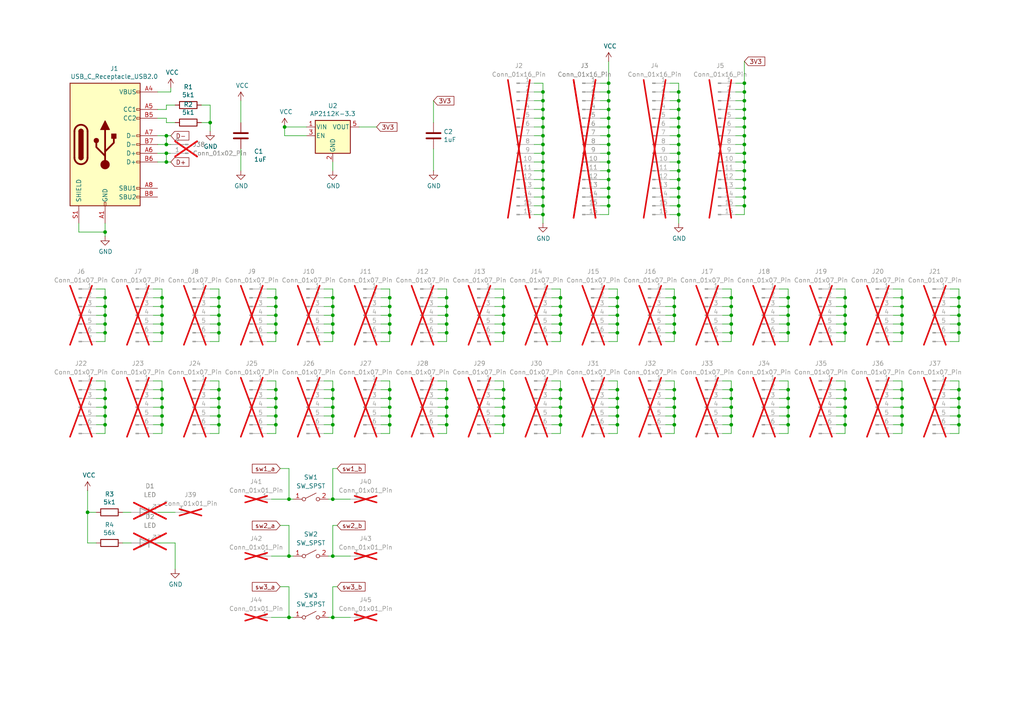
<source format=kicad_sch>
(kicad_sch (version 20231120) (generator "eeschema") (generator_version "8.0")
  (paper "A4")
  (junction (at 212.09 123.19))
  (junction (at 176.53 52.07))
  (junction (at 46.99 91.44))
  (junction (at 196.85 52.07))
  (junction (at 215.9 59.69))
  (junction (at 228.6 115.57))
  (junction (at 113.03 86.36))
  (junction (at 212.09 96.52))
  (junction (at 196.85 44.45))
  (junction (at 179.07 86.36))
  (junction (at 30.48 67.31))
  (junction (at 113.03 123.19))
  (junction (at 80.01 118.11))
  (junction (at 212.09 91.44))
  (junction (at 215.9 57.15))
  (junction (at 113.03 96.52))
  (junction (at 261.62 96.52))
  (junction (at 215.9 31.75))
  (junction (at 146.05 120.65))
  (junction (at 215.9 41.91))
  (junction (at 261.62 93.98))
  (junction (at 83.82 179.07))
  (junction (at 30.48 93.98))
  (junction (at 278.13 96.52))
  (junction (at 146.05 88.9))
  (junction (at 212.09 86.36))
  (junction (at 48.26 46.99))
  (junction (at 228.6 113.03))
  (junction (at 245.11 88.9))
  (junction (at 195.58 88.9))
  (junction (at 162.56 123.19))
  (junction (at 176.53 49.53))
  (junction (at 179.07 88.9))
  (junction (at 63.5 86.36))
  (junction (at 179.07 93.98))
  (junction (at 278.13 91.44))
  (junction (at 162.56 93.98))
  (junction (at 80.01 86.36))
  (junction (at 129.54 91.44))
  (junction (at 30.48 88.9))
  (junction (at 82.55 36.83))
  (junction (at 63.5 96.52))
  (junction (at 30.48 123.19))
  (junction (at 48.26 41.91))
  (junction (at 146.05 91.44))
  (junction (at 157.48 39.37))
  (junction (at 212.09 118.11))
  (junction (at 48.26 39.37))
  (junction (at 176.53 26.67))
  (junction (at 96.52 115.57))
  (junction (at 146.05 123.19))
  (junction (at 46.99 93.98))
  (junction (at 146.05 115.57))
  (junction (at 196.85 41.91))
  (junction (at 157.48 62.23))
  (junction (at 196.85 39.37))
  (junction (at 215.9 46.99))
  (junction (at 46.99 88.9))
  (junction (at 179.07 113.03))
  (junction (at 228.6 96.52))
  (junction (at 96.52 88.9))
  (junction (at 30.48 113.03))
  (junction (at 176.53 36.83))
  (junction (at 176.53 34.29))
  (junction (at 113.03 88.9))
  (junction (at 215.9 54.61))
  (junction (at 113.03 113.03))
  (junction (at 176.53 59.69))
  (junction (at 261.62 120.65))
  (junction (at 196.85 57.15))
  (junction (at 162.56 120.65))
  (junction (at 83.82 144.78))
  (junction (at 215.9 34.29))
  (junction (at 63.5 93.98))
  (junction (at 60.96 35.56))
  (junction (at 80.01 88.9))
  (junction (at 196.85 49.53))
  (junction (at 162.56 115.57))
  (junction (at 176.53 46.99))
  (junction (at 96.52 91.44))
  (junction (at 113.03 93.98))
  (junction (at 176.53 44.45))
  (junction (at 96.52 123.19))
  (junction (at 195.58 113.03))
  (junction (at 157.48 54.61))
  (junction (at 157.48 59.69))
  (junction (at 261.62 118.11))
  (junction (at 80.01 91.44))
  (junction (at 157.48 44.45))
  (junction (at 30.48 120.65))
  (junction (at 196.85 59.69))
  (junction (at 278.13 120.65))
  (junction (at 228.6 88.9))
  (junction (at 96.52 161.29))
  (junction (at 157.48 46.99))
  (junction (at 63.5 123.19))
  (junction (at 129.54 118.11))
  (junction (at 129.54 115.57))
  (junction (at 46.99 123.19))
  (junction (at 278.13 93.98))
  (junction (at 245.11 115.57))
  (junction (at 83.82 161.29))
  (junction (at 228.6 86.36))
  (junction (at 261.62 115.57))
  (junction (at 215.9 39.37))
  (junction (at 157.48 57.15))
  (junction (at 30.48 118.11))
  (junction (at 113.03 118.11))
  (junction (at 162.56 88.9))
  (junction (at 261.62 91.44))
  (junction (at 96.52 179.07))
  (junction (at 46.99 86.36))
  (junction (at 63.5 91.44))
  (junction (at 157.48 31.75))
  (junction (at 261.62 123.19))
  (junction (at 196.85 46.99))
  (junction (at 176.53 29.21))
  (junction (at 80.01 123.19))
  (junction (at 215.9 49.53))
  (junction (at 212.09 115.57))
  (junction (at 228.6 120.65))
  (junction (at 245.11 123.19))
  (junction (at 196.85 34.29))
  (junction (at 176.53 24.13))
  (junction (at 162.56 86.36))
  (junction (at 212.09 93.98))
  (junction (at 261.62 86.36))
  (junction (at 179.07 123.19))
  (junction (at 113.03 120.65))
  (junction (at 215.9 44.45))
  (junction (at 96.52 96.52))
  (junction (at 228.6 123.19))
  (junction (at 228.6 91.44))
  (junction (at 196.85 62.23))
  (junction (at 196.85 36.83))
  (junction (at 245.11 93.98))
  (junction (at 48.26 44.45))
  (junction (at 96.52 86.36))
  (junction (at 30.48 96.52))
  (junction (at 80.01 93.98))
  (junction (at 179.07 120.65))
  (junction (at 278.13 86.36))
  (junction (at 179.07 115.57))
  (junction (at 196.85 26.67))
  (junction (at 96.52 120.65))
  (junction (at 30.48 115.57))
  (junction (at 146.05 96.52))
  (junction (at 245.11 96.52))
  (junction (at 30.48 86.36))
  (junction (at 46.99 96.52))
  (junction (at 129.54 113.03))
  (junction (at 30.48 91.44))
  (junction (at 80.01 115.57))
  (junction (at 46.99 113.03))
  (junction (at 63.5 118.11))
  (junction (at 195.58 96.52))
  (junction (at 157.48 41.91))
  (junction (at 278.13 115.57))
  (junction (at 96.52 113.03))
  (junction (at 146.05 93.98))
  (junction (at 245.11 113.03))
  (junction (at 25.4 148.59))
  (junction (at 63.5 115.57))
  (junction (at 261.62 113.03))
  (junction (at 129.54 123.19))
  (junction (at 245.11 120.65))
  (junction (at 215.9 24.13))
  (junction (at 195.58 123.19))
  (junction (at 129.54 93.98))
  (junction (at 215.9 26.67))
  (junction (at 146.05 86.36))
  (junction (at 176.53 57.15))
  (junction (at 129.54 88.9))
  (junction (at 195.58 91.44))
  (junction (at 157.48 26.67))
  (junction (at 63.5 88.9))
  (junction (at 228.6 93.98))
  (junction (at 176.53 31.75))
  (junction (at 278.13 118.11))
  (junction (at 157.48 52.07))
  (junction (at 245.11 91.44))
  (junction (at 162.56 91.44))
  (junction (at 215.9 52.07))
  (junction (at 157.48 34.29))
  (junction (at 176.53 41.91))
  (junction (at 245.11 86.36))
  (junction (at 129.54 120.65))
  (junction (at 129.54 96.52))
  (junction (at 195.58 118.11))
  (junction (at 157.48 29.21))
  (junction (at 176.53 39.37))
  (junction (at 96.52 144.78))
  (junction (at 146.05 113.03))
  (junction (at 113.03 115.57))
  (junction (at 80.01 120.65))
  (junction (at 162.56 96.52))
  (junction (at 212.09 113.03))
  (junction (at 215.9 29.21))
  (junction (at 278.13 123.19))
  (junction (at 245.11 118.11))
  (junction (at 212.09 88.9))
  (junction (at 63.5 120.65))
  (junction (at 129.54 86.36))
  (junction (at 261.62 88.9))
  (junction (at 157.48 49.53))
  (junction (at 146.05 118.11))
  (junction (at 215.9 36.83))
  (junction (at 195.58 86.36))
  (junction (at 162.56 118.11))
  (junction (at 196.85 29.21))
  (junction (at 196.85 31.75))
  (junction (at 80.01 113.03))
  (junction (at 96.52 118.11))
  (junction (at 278.13 88.9))
  (junction (at 195.58 93.98))
  (junction (at 179.07 118.11))
  (junction (at 46.99 120.65))
  (junction (at 228.6 118.11))
  (junction (at 46.99 115.57))
  (junction (at 80.01 96.52))
  (junction (at 278.13 113.03))
  (junction (at 196.85 54.61))
  (junction (at 113.03 91.44))
  (junction (at 179.07 91.44))
  (junction (at 162.56 113.03))
  (junction (at 157.48 36.83))
  (junction (at 195.58 115.57))
  (junction (at 96.52 93.98))
  (junction (at 195.58 120.65))
  (junction (at 212.09 120.65))
  (junction (at 179.07 96.52))
  (junction (at 46.99 118.11))
  (junction (at 63.5 113.03))
  (junction (at 176.53 54.61))
  (wire (pts (xy 113.03 83.82) (xy 113.03 86.36)))
  (wire (pts (xy 261.62 118.11) (xy 261.62 120.65)))
  (wire (pts (xy 109.22 36.83) (xy 104.14 36.83)))
  (wire (pts (xy 30.48 96.52) (xy 30.48 99.06)))
  (wire (pts (xy 194.31 31.75) (xy 196.85 31.75)))
  (wire (pts (xy 179.07 88.9) (xy 179.07 91.44)))
  (wire (pts (xy 212.09 99.06) (xy 209.55 99.06)))
  (wire (pts (xy 113.03 86.36) (xy 113.03 88.9)))
  (wire (pts (xy 154.94 29.21) (xy 157.48 29.21)))
  (wire (pts (xy 209.55 118.11) (xy 212.09 118.11)))
  (wire (pts (xy 275.59 113.03) (xy 278.13 113.03)))
  (wire (pts (xy 160.02 88.9) (xy 162.56 88.9)))
  (wire (pts (xy 80.01 125.73) (xy 77.47 125.73)))
  (wire (pts (xy 50.8 157.48) (xy 50.8 165.1)))
  (wire (pts (xy 154.94 57.15) (xy 157.48 57.15)))
  (wire (pts (xy 278.13 115.57) (xy 278.13 118.11)))
  (wire (pts (xy 93.98 86.36) (xy 96.52 86.36)))
  (wire (pts (xy 176.53 17.78) (xy 176.53 24.13)))
  (wire (pts (xy 245.11 115.57) (xy 245.11 118.11)))
  (wire (pts (xy 63.5 110.49) (xy 63.5 113.03)))
  (wire (pts (xy 46.99 99.06) (xy 44.45 99.06)))
  (wire (pts (xy 110.49 113.03) (xy 113.03 113.03)))
  (wire (pts (xy 78.74 161.29) (xy 83.82 161.29)))
  (wire (pts (xy 226.06 118.11) (xy 228.6 118.11)))
  (wire (pts (xy 146.05 96.52) (xy 146.05 99.06)))
  (wire (pts (xy 278.13 99.06) (xy 275.59 99.06)))
  (wire (pts (xy 154.94 52.07) (xy 157.48 52.07)))
  (wire (pts (xy 245.11 86.36) (xy 245.11 88.9)))
  (wire (pts (xy 95.25 179.07) (xy 96.52 179.07)))
  (wire (pts (xy 113.03 110.49) (xy 113.03 113.03)))
  (wire (pts (xy 176.53 123.19) (xy 179.07 123.19)))
  (wire (pts (xy 212.09 120.65) (xy 212.09 123.19)))
  (wire (pts (xy 179.07 120.65) (xy 179.07 123.19)))
  (wire (pts (xy 63.5 83.82) (xy 63.5 86.36)))
  (wire (pts (xy 25.4 142.24) (xy 25.4 148.59)))
  (wire (pts (xy 27.94 91.44) (xy 30.48 91.44)))
  (wire (pts (xy 193.04 110.49) (xy 195.58 110.49)))
  (wire (pts (xy 60.96 88.9) (xy 63.5 88.9)))
  (wire (pts (xy 228.6 83.82) (xy 228.6 86.36)))
  (wire (pts (xy 179.07 123.19) (xy 179.07 125.73)))
  (wire (pts (xy 110.49 123.19) (xy 113.03 123.19)))
  (wire (pts (xy 213.36 24.13) (xy 215.9 24.13)))
  (wire (pts (xy 212.09 110.49) (xy 212.09 113.03)))
  (wire (pts (xy 25.4 148.59) (xy 27.94 148.59)))
  (wire (pts (xy 245.11 125.73) (xy 242.57 125.73)))
  (wire (pts (xy 46.99 86.36) (xy 46.99 88.9)))
  (wire (pts (xy 275.59 120.65) (xy 278.13 120.65)))
  (wire (pts (xy 127 113.03) (xy 129.54 113.03)))
  (wire (pts (xy 228.6 91.44) (xy 228.6 93.98)))
  (wire (pts (xy 80.01 88.9) (xy 80.01 91.44)))
  (wire (pts (xy 129.54 93.98) (xy 129.54 96.52)))
  (wire (pts (xy 179.07 115.57) (xy 179.07 118.11)))
  (wire (pts (xy 127 120.65) (xy 129.54 120.65)))
  (wire (pts (xy 44.45 91.44) (xy 46.99 91.44)))
  (wire (pts (xy 195.58 110.49) (xy 195.58 113.03)))
  (wire (pts (xy 213.36 59.69) (xy 215.9 59.69)))
  (wire (pts (xy 46.99 123.19) (xy 46.99 125.73)))
  (wire (pts (xy 226.06 115.57) (xy 228.6 115.57)))
  (wire (pts (xy 176.53 24.13) (xy 176.53 26.67)))
  (wire (pts (xy 179.07 96.52) (xy 179.07 99.06)))
  (wire (pts (xy 212.09 123.19) (xy 212.09 125.73)))
  (wire (pts (xy 154.94 49.53) (xy 157.48 49.53)))
  (wire (pts (xy 77.47 123.19) (xy 80.01 123.19)))
  (wire (pts (xy 209.55 123.19) (xy 212.09 123.19)))
  (wire (pts (xy 226.06 88.9) (xy 228.6 88.9)))
  (wire (pts (xy 209.55 93.98) (xy 212.09 93.98)))
  (wire (pts (xy 261.62 96.52) (xy 261.62 99.06)))
  (wire (pts (xy 275.59 86.36) (xy 278.13 86.36)))
  (wire (pts (xy 143.51 88.9) (xy 146.05 88.9)))
  (wire (pts (xy 196.85 46.99) (xy 196.85 49.53)))
  (wire (pts (xy 195.58 88.9) (xy 195.58 91.44)))
  (wire (pts (xy 30.48 86.36) (xy 30.48 88.9)))
  (wire (pts (xy 194.31 54.61) (xy 196.85 54.61)))
  (wire (pts (xy 179.07 125.73) (xy 176.53 125.73)))
  (wire (pts (xy 275.59 93.98) (xy 278.13 93.98)))
  (wire (pts (xy 30.48 125.73) (xy 27.94 125.73)))
  (wire (pts (xy 146.05 115.57) (xy 146.05 118.11)))
  (wire (pts (xy 226.06 123.19) (xy 228.6 123.19)))
  (wire (pts (xy 46.99 120.65) (xy 46.99 123.19)))
  (wire (pts (xy 154.94 34.29) (xy 157.48 34.29)))
  (wire (pts (xy 242.57 96.52) (xy 245.11 96.52)))
  (wire (pts (xy 80.01 96.52) (xy 80.01 99.06)))
  (wire (pts (xy 46.99 96.52) (xy 46.99 99.06)))
  (wire (pts (xy 160.02 115.57) (xy 162.56 115.57)))
  (wire (pts (xy 127 91.44) (xy 129.54 91.44)))
  (wire (pts (xy 226.06 113.03) (xy 228.6 113.03)))
  (wire (pts (xy 77.47 93.98) (xy 80.01 93.98)))
  (wire (pts (xy 157.48 31.75) (xy 157.48 34.29)))
  (wire (pts (xy 63.5 88.9) (xy 63.5 91.44)))
  (wire (pts (xy 157.48 49.53) (xy 157.48 52.07)))
  (wire (pts (xy 215.9 52.07) (xy 215.9 54.61)))
  (wire (pts (xy 157.48 44.45) (xy 157.48 46.99)))
  (wire (pts (xy 30.48 67.31) (xy 22.86 67.31)))
  (wire (pts (xy 77.47 110.49) (xy 80.01 110.49)))
  (wire (pts (xy 278.13 88.9) (xy 278.13 91.44)))
  (wire (pts (xy 143.51 118.11) (xy 146.05 118.11)))
  (wire (pts (xy 196.85 57.15) (xy 196.85 59.69)))
  (wire (pts (xy 46.99 91.44) (xy 46.99 93.98)))
  (wire (pts (xy 157.48 59.69) (xy 157.48 62.23)))
  (wire (pts (xy 179.07 113.03) (xy 179.07 115.57)))
  (wire (pts (xy 176.53 36.83) (xy 176.53 39.37)))
  (wire (pts (xy 212.09 93.98) (xy 212.09 96.52)))
  (wire (pts (xy 27.94 118.11) (xy 30.48 118.11)))
  (wire (pts (xy 30.48 67.31) (xy 30.48 68.58)))
  (wire (pts (xy 30.48 64.77) (xy 30.48 67.31)))
  (wire (pts (xy 63.5 99.06) (xy 60.96 99.06)))
  (wire (pts (xy 127 88.9) (xy 129.54 88.9)))
  (wire (pts (xy 93.98 113.03) (xy 96.52 113.03)))
  (wire (pts (xy 275.59 91.44) (xy 278.13 91.44)))
  (wire (pts (xy 113.03 115.57) (xy 113.03 118.11)))
  (wire (pts (xy 194.31 44.45) (xy 196.85 44.45)))
  (wire (pts (xy 48.26 41.91) (xy 49.53 41.91)))
  (wire (pts (xy 146.05 91.44) (xy 146.05 93.98)))
  (wire (pts (xy 93.98 88.9) (xy 96.52 88.9)))
  (wire (pts (xy 80.01 110.49) (xy 80.01 113.03)))
  (wire (pts (xy 176.53 118.11) (xy 179.07 118.11)))
  (wire (pts (xy 143.51 123.19) (xy 146.05 123.19)))
  (wire (pts (xy 162.56 125.73) (xy 160.02 125.73)))
  (wire (pts (xy 278.13 118.11) (xy 278.13 120.65)))
  (wire (pts (xy 245.11 91.44) (xy 245.11 93.98)))
  (wire (pts (xy 154.94 44.45) (xy 157.48 44.45)))
  (wire (pts (xy 215.9 57.15) (xy 215.9 59.69)))
  (wire (pts (xy 30.48 93.98) (xy 30.48 96.52)))
  (wire (pts (xy 176.53 26.67) (xy 176.53 29.21)))
  (wire (pts (xy 113.03 113.03) (xy 113.03 115.57)))
  (wire (pts (xy 160.02 123.19) (xy 162.56 123.19)))
  (wire (pts (xy 27.94 120.65) (xy 30.48 120.65)))
  (wire (pts (xy 176.53 46.99) (xy 176.53 49.53)))
  (wire (pts (xy 127 93.98) (xy 129.54 93.98)))
  (wire (pts (xy 27.94 86.36) (xy 30.48 86.36)))
  (wire (pts (xy 160.02 96.52) (xy 162.56 96.52)))
  (wire (pts (xy 261.62 110.49) (xy 261.62 113.03)))
  (wire (pts (xy 245.11 110.49) (xy 245.11 113.03)))
  (wire (pts (xy 212.09 83.82) (xy 212.09 86.36)))
  (wire (pts (xy 173.99 24.13) (xy 176.53 24.13)))
  (wire (pts (xy 129.54 125.73) (xy 127 125.73)))
  (wire (pts (xy 157.48 62.23) (xy 157.48 64.77)))
  (wire (pts (xy 193.04 83.82) (xy 195.58 83.82)))
  (wire (pts (xy 69.85 43.18) (xy 69.85 49.53)))
  (wire (pts (xy 27.94 113.03) (xy 30.48 113.03)))
  (wire (pts (xy 212.09 115.57) (xy 212.09 118.11)))
  (wire (pts (xy 196.85 62.23) (xy 196.85 64.77)))
  (wire (pts (xy 154.94 59.69) (xy 157.48 59.69)))
  (wire (pts (xy 60.96 30.48) (xy 58.42 30.48)))
  (wire (pts (xy 30.48 88.9) (xy 30.48 91.44)))
  (wire (pts (xy 146.05 110.49) (xy 146.05 113.03)))
  (wire (pts (xy 113.03 88.9) (xy 113.03 91.44)))
  (wire (pts (xy 45.72 39.37) (xy 48.26 39.37)))
  (wire (pts (xy 60.96 93.98) (xy 63.5 93.98)))
  (wire (pts (xy 176.53 39.37) (xy 176.53 41.91)))
  (wire (pts (xy 113.03 118.11) (xy 113.03 120.65)))
  (wire (pts (xy 278.13 113.03) (xy 278.13 115.57)))
  (wire (pts (xy 48.26 30.48) (xy 50.8 30.48)))
  (wire (pts (xy 27.94 110.49) (xy 30.48 110.49)))
  (wire (pts (xy 193.04 123.19) (xy 195.58 123.19)))
  (wire (pts (xy 278.13 83.82) (xy 278.13 86.36)))
  (wire (pts (xy 63.5 123.19) (xy 63.5 125.73)))
  (wire (pts (xy 127 115.57) (xy 129.54 115.57)))
  (wire (pts (xy 125.73 29.21) (xy 125.73 35.56)))
  (wire (pts (xy 96.52 152.4) (xy 96.52 161.29)))
  (wire (pts (xy 245.11 88.9) (xy 245.11 91.44)))
  (wire (pts (xy 196.85 39.37) (xy 196.85 41.91)))
  (wire (pts (xy 194.31 52.07) (xy 196.85 52.07)))
  (wire (pts (xy 176.53 83.82) (xy 179.07 83.82)))
  (wire (pts (xy 58.42 35.56) (xy 60.96 35.56)))
  (wire (pts (xy 226.06 91.44) (xy 228.6 91.44)))
  (wire (pts (xy 195.58 118.11) (xy 195.58 120.65)))
  (wire (pts (xy 275.59 110.49) (xy 278.13 110.49)))
  (wire (pts (xy 173.99 36.83) (xy 176.53 36.83)))
  (wire (pts (xy 97.79 152.4) (xy 96.52 152.4)))
  (wire (pts (xy 146.05 118.11) (xy 146.05 120.65)))
  (wire (pts (xy 194.31 39.37) (xy 196.85 39.37)))
  (wire (pts (xy 82.55 36.83) (xy 88.9 36.83)))
  (wire (pts (xy 176.53 113.03) (xy 179.07 113.03)))
  (wire (pts (xy 278.13 91.44) (xy 278.13 93.98)))
  (wire (pts (xy 242.57 115.57) (xy 245.11 115.57)))
  (wire (pts (xy 63.5 91.44) (xy 63.5 93.98)))
  (wire (pts (xy 77.47 86.36) (xy 80.01 86.36)))
  (wire (pts (xy 275.59 88.9) (xy 278.13 88.9)))
  (wire (pts (xy 80.01 115.57) (xy 80.01 118.11)))
  (wire (pts (xy 96.52 161.29) (xy 101.6 161.29)))
  (wire (pts (xy 195.58 91.44) (xy 195.58 93.98)))
  (wire (pts (xy 193.04 120.65) (xy 195.58 120.65)))
  (wire (pts (xy 228.6 88.9) (xy 228.6 91.44)))
  (wire (pts (xy 60.96 120.65) (xy 63.5 120.65)))
  (wire (pts (xy 110.49 93.98) (xy 113.03 93.98)))
  (wire (pts (xy 45.72 41.91) (xy 48.26 41.91)))
  (wire (pts (xy 77.47 115.57) (xy 80.01 115.57)))
  (wire (pts (xy 275.59 118.11) (xy 278.13 118.11)))
  (wire (pts (xy 162.56 113.03) (xy 162.56 115.57)))
  (wire (pts (xy 60.96 123.19) (xy 63.5 123.19)))
  (wire (pts (xy 30.48 118.11) (xy 30.48 120.65)))
  (wire (pts (xy 176.53 62.23) (xy 173.99 62.23)))
  (wire (pts (xy 173.99 59.69) (xy 176.53 59.69)))
  (wire (pts (xy 242.57 118.11) (xy 245.11 118.11)))
  (wire (pts (xy 96.52 179.07) (xy 101.6 179.07)))
  (wire (pts (xy 93.98 96.52) (xy 96.52 96.52)))
  (wire (pts (xy 176.53 110.49) (xy 179.07 110.49)))
  (wire (pts (xy 22.86 67.31) (xy 22.86 64.77)))
  (wire (pts (xy 60.96 91.44) (xy 63.5 91.44)))
  (wire (pts (xy 95.25 144.78) (xy 96.52 144.78)))
  (wire (pts (xy 215.9 59.69) (xy 215.9 62.23)))
  (wire (pts (xy 228.6 120.65) (xy 228.6 123.19)))
  (wire (pts (xy 212.09 113.03) (xy 212.09 115.57)))
  (wire (pts (xy 228.6 93.98) (xy 228.6 96.52)))
  (wire (pts (xy 44.45 115.57) (xy 46.99 115.57)))
  (wire (pts (xy 213.36 57.15) (xy 215.9 57.15)))
  (wire (pts (xy 46.99 110.49) (xy 46.99 113.03)))
  (wire (pts (xy 96.52 123.19) (xy 96.52 125.73)))
  (wire (pts (xy 48.26 44.45) (xy 49.53 44.45)))
  (wire (pts (xy 209.55 113.03) (xy 212.09 113.03)))
  (wire (pts (xy 157.48 29.21) (xy 157.48 31.75)))
  (wire (pts (xy 179.07 91.44) (xy 179.07 93.98)))
  (wire (pts (xy 30.48 120.65) (xy 30.48 123.19)))
  (wire (pts (xy 48.26 46.99) (xy 48.26 44.45)))
  (wire (pts (xy 228.6 118.11) (xy 228.6 120.65)))
  (wire (pts (xy 245.11 120.65) (xy 245.11 123.19)))
  (wire (pts (xy 228.6 123.19) (xy 228.6 125.73)))
  (wire (pts (xy 44.45 113.03) (xy 46.99 113.03)))
  (wire (pts (xy 44.45 83.82) (xy 46.99 83.82)))
  (wire (pts (xy 196.85 54.61) (xy 196.85 57.15)))
  (wire (pts (xy 30.48 99.06) (xy 27.94 99.06)))
  (wire (pts (xy 245.11 93.98) (xy 245.11 96.52)))
  (wire (pts (xy 195.58 113.03) (xy 195.58 115.57)))
  (wire (pts (xy 44.45 120.65) (xy 46.99 120.65)))
  (wire (pts (xy 212.09 96.52) (xy 212.09 99.06)))
  (wire (pts (xy 30.48 83.82) (xy 30.48 86.36)))
  (wire (pts (xy 157.48 36.83) (xy 157.48 39.37)))
  (wire (pts (xy 80.01 93.98) (xy 80.01 96.52)))
  (wire (pts (xy 259.08 120.65) (xy 261.62 120.65)))
  (wire (pts (xy 173.99 26.67) (xy 176.53 26.67)))
  (wire (pts (xy 278.13 125.73) (xy 275.59 125.73)))
  (wire (pts (xy 215.9 26.67) (xy 215.9 29.21)))
  (wire (pts (xy 146.05 120.65) (xy 146.05 123.19)))
  (wire (pts (xy 162.56 83.82) (xy 162.56 86.36)))
  (wire (pts (xy 129.54 91.44) (xy 129.54 93.98)))
  (wire (pts (xy 44.45 96.52) (xy 46.99 96.52)))
  (wire (pts (xy 129.54 110.49) (xy 129.54 113.03)))
  (wire (pts (xy 213.36 36.83) (xy 215.9 36.83)))
  (wire (pts (xy 127 83.82) (xy 129.54 83.82)))
  (wire (pts (xy 30.48 91.44) (xy 30.48 93.98)))
  (wire (pts (xy 196.85 49.53) (xy 196.85 52.07)))
  (wire (pts (xy 242.57 86.36) (xy 245.11 86.36)))
  (wire (pts (xy 83.82 161.29) (xy 85.09 161.29)))
  (wire (pts (xy 63.5 86.36) (xy 63.5 88.9)))
  (wire (pts (xy 212.09 91.44) (xy 212.09 93.98)))
  (wire (pts (xy 196.85 59.69) (xy 196.85 62.23)))
  (wire (pts (xy 44.45 93.98) (xy 46.99 93.98)))
  (wire (pts (xy 30.48 110.49) (xy 30.48 113.03)))
  (wire (pts (xy 83.82 179.07) (xy 85.09 179.07)))
  (wire (pts (xy 215.9 62.23) (xy 213.36 62.23)))
  (wire (pts (xy 242.57 91.44) (xy 245.11 91.44)))
  (wire (pts (xy 157.48 46.99) (xy 157.48 49.53)))
  (wire (pts (xy 213.36 29.21) (xy 215.9 29.21)))
  (wire (pts (xy 143.51 93.98) (xy 146.05 93.98)))
  (wire (pts (xy 45.72 31.75) (xy 48.26 31.75)))
  (wire (pts (xy 157.48 24.13) (xy 157.48 26.67)))
  (wire (pts (xy 110.49 86.36) (xy 113.03 86.36)))
  (wire (pts (xy 195.58 83.82) (xy 195.58 86.36)))
  (wire (pts (xy 261.62 88.9) (xy 261.62 91.44)))
  (wire (pts (xy 146.05 113.03) (xy 146.05 115.57)))
  (wire (pts (xy 46.99 93.98) (xy 46.99 96.52)))
  (wire (pts (xy 228.6 99.06) (xy 226.06 99.06)))
  (wire (pts (xy 278.13 123.19) (xy 278.13 125.73)))
  (wire (pts (xy 162.56 88.9) (xy 162.56 91.44)))
  (wire (pts (xy 110.49 115.57) (xy 113.03 115.57)))
  (wire (pts (xy 46.99 113.03) (xy 46.99 115.57)))
  (wire (pts (xy 160.02 118.11) (xy 162.56 118.11)))
  (wire (pts (xy 195.58 93.98) (xy 195.58 96.52)))
  (wire (pts (xy 146.05 123.19) (xy 146.05 125.73)))
  (wire (pts (xy 127 86.36) (xy 129.54 86.36)))
  (wire (pts (xy 215.9 41.91) (xy 215.9 44.45)))
  (wire (pts (xy 209.55 120.65) (xy 212.09 120.65)))
  (wire (pts (xy 176.53 115.57) (xy 179.07 115.57)))
  (wire (pts (xy 46.99 115.57) (xy 46.99 118.11)))
  (wire (pts (xy 213.36 26.67) (xy 215.9 26.67)))
  (wire (pts (xy 96.52 125.73) (xy 93.98 125.73)))
  (wire (pts (xy 96.52 93.98) (xy 96.52 96.52)))
  (wire (pts (xy 195.58 120.65) (xy 195.58 123.19)))
  (wire (pts (xy 261.62 86.36) (xy 261.62 88.9)))
  (wire (pts (xy 209.55 88.9) (xy 212.09 88.9)))
  (wire (pts (xy 110.49 88.9) (xy 113.03 88.9)))
  (wire (pts (xy 212.09 86.36) (xy 212.09 88.9)))
  (wire (pts (xy 195.58 96.52) (xy 195.58 99.06)))
  (wire (pts (xy 27.94 93.98) (xy 30.48 93.98)))
  (wire (pts (xy 213.36 41.91) (xy 215.9 41.91)))
  (wire (pts (xy 146.05 86.36) (xy 146.05 88.9)))
  (wire (pts (xy 215.9 54.61) (xy 215.9 57.15)))
  (wire (pts (xy 215.9 17.78) (xy 215.9 24.13)))
  (wire (pts (xy 194.31 29.21) (xy 196.85 29.21)))
  (wire (pts (xy 242.57 93.98) (xy 245.11 93.98)))
  (wire (pts (xy 160.02 93.98) (xy 162.56 93.98)))
  (wire (pts (xy 81.28 152.4) (xy 83.82 152.4)))
  (wire (pts (xy 48.26 39.37) (xy 48.26 41.91)))
  (wire (pts (xy 275.59 115.57) (xy 278.13 115.57)))
  (wire (pts (xy 96.52 96.52) (xy 96.52 99.06)))
  (wire (pts (xy 162.56 93.98) (xy 162.56 96.52)))
  (wire (pts (xy 173.99 29.21) (xy 176.53 29.21)))
  (wire (pts (xy 63.5 115.57) (xy 63.5 118.11)))
  (wire (pts (xy 80.01 99.06) (xy 77.47 99.06)))
  (wire (pts (xy 179.07 83.82) (xy 179.07 86.36)))
  (wire (pts (xy 143.51 86.36) (xy 146.05 86.36)))
  (wire (pts (xy 63.5 96.52) (xy 63.5 99.06)))
  (wire (pts (xy 60.96 86.36) (xy 63.5 86.36)))
  (wire (pts (xy 259.08 113.03) (xy 261.62 113.03)))
  (wire (pts (xy 96.52 120.65) (xy 96.52 123.19)))
  (wire (pts (xy 176.53 41.91) (xy 176.53 44.45)))
  (wire (pts (xy 83.82 152.4) (xy 83.82 161.29)))
  (wire (pts (xy 60.96 83.82) (xy 63.5 83.82)))
  (wire (pts (xy 157.48 41.91) (xy 157.48 44.45)))
  (wire (pts (xy 77.47 83.82) (xy 80.01 83.82)))
  (wire (pts (xy 35.56 157.48) (xy 38.1 157.48)))
  (wire (pts (xy 226.06 86.36) (xy 228.6 86.36)))
  (wire (pts (xy 173.99 54.61) (xy 176.53 54.61)))
  (wire (pts (xy 226.06 83.82) (xy 228.6 83.82)))
  (wire (pts (xy 259.08 96.52) (xy 261.62 96.52)))
  (wire (pts (xy 35.56 148.59) (xy 38.1 148.59)))
  (wire (pts (xy 143.51 115.57) (xy 146.05 115.57)))
  (wire (pts (xy 193.04 118.11) (xy 195.58 118.11)))
  (wire (pts (xy 96.52 144.78) (xy 101.6 144.78)))
  (wire (pts (xy 228.6 96.52) (xy 228.6 99.06)))
  (wire (pts (xy 113.03 123.19) (xy 113.03 125.73)))
  (wire (pts (xy 162.56 115.57) (xy 162.56 118.11)))
  (wire (pts (xy 162.56 99.06) (xy 160.02 99.06)))
  (wire (pts (xy 27.94 115.57) (xy 30.48 115.57)))
  (wire (pts (xy 80.01 91.44) (xy 80.01 93.98)))
  (wire (pts (xy 196.85 31.75) (xy 196.85 34.29)))
  (wire (pts (xy 60.96 35.56) (xy 60.96 30.48)))
  (wire (pts (xy 226.06 120.65) (xy 228.6 120.65)))
  (wire (pts (xy 97.79 170.18) (xy 96.52 170.18)))
  (wire (pts (xy 146.05 93.98) (xy 146.05 96.52)))
  (wire (pts (xy 96.52 118.11) (xy 96.52 120.65)))
  (wire (pts (xy 173.99 41.91) (xy 176.53 41.91)))
  (wire (pts (xy 176.53 120.65) (xy 179.07 120.65)))
  (wire (pts (xy 259.08 115.57) (xy 261.62 115.57)))
  (wire (pts (xy 245.11 83.82) (xy 245.11 86.36)))
  (wire (pts (xy 27.94 96.52) (xy 30.48 96.52)))
  (wire (pts (xy 196.85 41.91) (xy 196.85 44.45)))
  (wire (pts (xy 213.36 34.29) (xy 215.9 34.29)))
  (wire (pts (xy 213.36 54.61) (xy 215.9 54.61)))
  (wire (pts (xy 96.52 91.44) (xy 96.52 93.98)))
  (wire (pts (xy 194.31 24.13) (xy 196.85 24.13)))
  (wire (pts (xy 160.02 83.82) (xy 162.56 83.82)))
  (wire (pts (xy 212.09 118.11) (xy 212.09 120.65)))
  (wire (pts (xy 209.55 86.36) (xy 212.09 86.36)))
  (wire (pts (xy 77.47 118.11) (xy 80.01 118.11)))
  (wire (pts (xy 160.02 120.65) (xy 162.56 120.65)))
  (wire (pts (xy 93.98 110.49) (xy 96.52 110.49)))
  (wire (pts (xy 143.51 113.03) (xy 146.05 113.03)))
  (wire (pts (xy 213.36 31.75) (xy 215.9 31.75)))
  (wire (pts (xy 261.62 83.82) (xy 261.62 86.36)))
  (wire (pts (xy 44.45 118.11) (xy 46.99 118.11)))
  (wire (pts (xy 96.52 49.53) (xy 96.52 46.99)))
  (wire (pts (xy 176.53 29.21) (xy 176.53 31.75)))
  (wire (pts (xy 245.11 118.11) (xy 245.11 120.65)))
  (wire (pts (xy 215.9 24.13) (xy 215.9 26.67)))
  (wire (pts (xy 143.51 91.44) (xy 146.05 91.44)))
  (wire (pts (xy 213.36 44.45) (xy 215.9 44.45)))
  (wire (pts (xy 96.52 135.89) (xy 96.52 144.78)))
  (wire (pts (xy 93.98 93.98) (xy 96.52 93.98)))
  (wire (pts (xy 242.57 110.49) (xy 245.11 110.49)))
  (wire (pts (xy 275.59 83.82) (xy 278.13 83.82)))
  (wire (pts (xy 176.53 96.52) (xy 179.07 96.52)))
  (wire (pts (xy 194.31 57.15) (xy 196.85 57.15)))
  (wire (pts (xy 110.49 83.82) (xy 113.03 83.82)))
  (wire (pts (xy 179.07 118.11) (xy 179.07 120.65)))
  (wire (pts (xy 228.6 125.73) (xy 226.06 125.73)))
  (wire (pts (xy 215.9 39.37) (xy 215.9 41.91)))
  (wire (pts (xy 242.57 88.9) (xy 245.11 88.9)))
  (wire (pts (xy 113.03 99.06) (xy 110.49 99.06)))
  (wire (pts (xy 209.55 115.57) (xy 212.09 115.57)))
  (wire (pts (xy 261.62 120.65) (xy 261.62 123.19)))
  (wire (pts (xy 195.58 115.57) (xy 195.58 118.11)))
  (wire (pts (xy 259.08 93.98) (xy 261.62 93.98)))
  (wire (pts (xy 60.96 35.56) (xy 60.96 38.1)))
  (wire (pts (xy 196.85 62.23) (xy 194.31 62.23)))
  (wire (pts (xy 44.45 86.36) (xy 46.99 86.36)))
  (wire (pts (xy 162.56 118.11) (xy 162.56 120.65)))
  (wire (pts (xy 176.53 88.9) (xy 179.07 88.9)))
  (wire (pts (xy 93.98 83.82) (xy 96.52 83.82)))
  (wire (pts (xy 154.94 26.67) (xy 157.48 26.67)))
  (wire (pts (xy 245.11 96.52) (xy 245.11 99.06)))
  (wire (pts (xy 173.99 49.53) (xy 176.53 49.53)))
  (wire (pts (xy 44.45 123.19) (xy 46.99 123.19)))
  (wire (pts (xy 63.5 93.98) (xy 63.5 96.52)))
  (wire (pts (xy 80.01 118.11) (xy 80.01 120.65)))
  (wire (pts (xy 196.85 24.13) (xy 196.85 26.67)))
  (wire (pts (xy 176.53 57.15) (xy 176.53 59.69)))
  (wire (pts (xy 127 96.52) (xy 129.54 96.52)))
  (wire (pts (xy 209.55 83.82) (xy 212.09 83.82)))
  (wire (pts (xy 176.53 49.53) (xy 176.53 52.07)))
  (wire (pts (xy 259.08 123.19) (xy 261.62 123.19)))
  (wire (pts (xy 215.9 36.83) (xy 215.9 39.37)))
  (wire (pts (xy 242.57 113.03) (xy 245.11 113.03)))
  (wire (pts (xy 179.07 86.36) (xy 179.07 88.9)))
  (wire (pts (xy 194.31 59.69) (xy 196.85 59.69)))
  (wire (pts (xy 83.82 144.78) (xy 85.09 144.78)))
  (wire (pts (xy 245.11 99.06) (xy 242.57 99.06)))
  (wire (pts (xy 176.53 52.07) (xy 176.53 54.61)))
  (wire (pts (xy 154.94 46.99) (xy 157.48 46.99)))
  (wire (pts (xy 154.94 39.37) (xy 157.48 39.37)))
  (wire (pts (xy 157.48 57.15) (xy 157.48 59.69)))
  (wire (pts (xy 127 123.19) (xy 129.54 123.19)))
  (wire (pts (xy 77.47 120.65) (xy 80.01 120.65)))
  (wire (pts (xy 93.98 118.11) (xy 96.52 118.11)))
  (wire (pts (xy 193.04 113.03) (xy 195.58 113.03)))
  (wire (pts (xy 242.57 120.65) (xy 245.11 120.65)))
  (wire (pts (xy 129.54 83.82) (xy 129.54 86.36)))
  (wire (pts (xy 162.56 96.52) (xy 162.56 99.06)))
  (wire (pts (xy 48.26 31.75) (xy 48.26 30.48)))
  (wire (pts (xy 93.98 115.57) (xy 96.52 115.57)))
  (wire (pts (xy 46.99 88.9) (xy 46.99 91.44)))
  (wire (pts (xy 63.5 118.11) (xy 63.5 120.65)))
  (wire (pts (xy 45.72 44.45) (xy 48.26 44.45)))
  (wire (pts (xy 215.9 44.45) (xy 215.9 46.99)))
  (wire (pts (xy 154.94 36.83) (xy 157.48 36.83)))
  (wire (pts (xy 160.02 91.44) (xy 162.56 91.44)))
  (wire (pts (xy 226.06 110.49) (xy 228.6 110.49)))
  (wire (pts (xy 44.45 110.49) (xy 46.99 110.49)))
  (wire (pts (xy 96.52 170.18) (xy 96.52 179.07)))
  (wire (pts (xy 173.99 46.99) (xy 176.53 46.99)))
  (wire (pts (xy 113.03 120.65) (xy 113.03 123.19)))
  (wire (pts (xy 261.62 123.19) (xy 261.62 125.73)))
  (wire (pts (xy 194.31 36.83) (xy 196.85 36.83)))
  (wire (pts (xy 78.74 179.07) (xy 83.82 179.07)))
  (wire (pts (xy 209.55 110.49) (xy 212.09 110.49)))
  (wire (pts (xy 96.52 99.06) (xy 93.98 99.06)))
  (wire (pts (xy 46.99 125.73) (xy 44.45 125.73)))
  (wire (pts (xy 196.85 34.29) (xy 196.85 36.83)))
  (wire (pts (xy 110.49 118.11) (xy 113.03 118.11)))
  (wire (pts (xy 213.36 49.53) (xy 215.9 49.53)))
  (wire (pts (xy 60.96 110.49) (xy 63.5 110.49)))
  (wire (pts (xy 176.53 59.69) (xy 176.53 62.23)))
  (wire (pts (xy 129.54 99.06) (xy 127 99.06)))
  (wire (pts (xy 193.04 91.44) (xy 195.58 91.44)))
  (wire (pts (xy 146.05 88.9) (xy 146.05 91.44)))
  (wire (pts (xy 162.56 120.65) (xy 162.56 123.19)))
  (wire (pts (xy 261.62 91.44) (xy 261.62 93.98)))
  (wire (pts (xy 261.62 93.98) (xy 261.62 96.52)))
  (wire (pts (xy 45.72 46.99) (xy 48.26 46.99)))
  (wire (pts (xy 48.26 35.56) (xy 50.8 35.56)))
  (wire (pts (xy 228.6 86.36) (xy 228.6 88.9)))
  (wire (pts (xy 173.99 31.75) (xy 176.53 31.75)))
  (wire (pts (xy 93.98 120.65) (xy 96.52 120.65)))
  (wire (pts (xy 78.74 144.78) (xy 83.82 144.78)))
  (wire (pts (xy 146.05 99.06) (xy 143.51 99.06)))
  (wire (pts (xy 278.13 96.52) (xy 278.13 99.06)))
  (wire (pts (xy 259.08 91.44) (xy 261.62 91.44)))
  (wire (pts (xy 259.08 88.9) (xy 261.62 88.9)))
  (wire (pts (xy 213.36 52.07) (xy 215.9 52.07)))
  (wire (pts (xy 63.5 125.73) (xy 60.96 125.73)))
  (wire (pts (xy 49.53 25.4) (xy 49.53 26.67)))
  (wire (pts (xy 77.47 96.52) (xy 80.01 96.52)))
  (wire (pts (xy 157.48 62.23) (xy 154.94 62.23)))
  (wire (pts (xy 215.9 31.75) (xy 215.9 34.29)))
  (wire (pts (xy 228.6 115.57) (xy 228.6 118.11)))
  (wire (pts (xy 96.52 113.03) (xy 96.52 115.57)))
  (wire (pts (xy 194.31 49.53) (xy 196.85 49.53)))
  (wire (pts (xy 60.96 118.11) (xy 63.5 118.11)))
  (wire (pts (xy 162.56 123.19) (xy 162.56 125.73)))
  (wire (pts (xy 259.08 110.49) (xy 261.62 110.49)))
  (wire (pts (xy 157.48 54.61) (xy 157.48 57.15)))
  (wire (pts (xy 209.55 91.44) (xy 212.09 91.44)))
  (wire (pts (xy 80.01 123.19) (xy 80.01 125.73)))
  (wire (pts (xy 162.56 110.49) (xy 162.56 113.03)))
  (wire (pts (xy 261.62 125.73) (xy 259.08 125.73)))
  (wire (pts (xy 195.58 86.36) (xy 195.58 88.9)))
  (wire (pts (xy 143.51 83.82) (xy 146.05 83.82)))
  (wire (pts (xy 154.94 54.61) (xy 157.48 54.61)))
  (wire (pts (xy 30.48 115.57) (xy 30.48 118.11)))
  (wire (pts (xy 259.08 86.36) (xy 261.62 86.36)))
  (wire (pts (xy 125.73 43.18) (xy 125.73 49.53)))
  (wire (pts (xy 96.52 88.9) (xy 96.52 91.44)))
  (wire (pts (xy 194.31 41.91) (xy 196.85 41.91)))
  (wire (pts (xy 82.55 39.37) (xy 82.55 36.83)))
  (wire (pts (xy 129.54 123.19) (xy 129.54 125.73)))
  (wire (pts (xy 194.31 46.99) (xy 196.85 46.99)))
  (wire (pts (xy 30.48 123.19) (xy 30.48 125.73)))
  (wire (pts (xy 146.05 125.73) (xy 143.51 125.73)))
  (wire (pts (xy 46.99 83.82) (xy 46.99 86.36)))
  (wire (pts (xy 176.53 91.44) (xy 179.07 91.44)))
  (wire (pts (xy 80.01 86.36) (xy 80.01 88.9)))
  (wire (pts (xy 143.51 120.65) (xy 146.05 120.65)))
  (wire (pts (xy 242.57 123.19) (xy 245.11 123.19)))
  (wire (pts (xy 154.94 31.75) (xy 157.48 31.75)))
  (wire (pts (xy 215.9 49.53) (xy 215.9 52.07)))
  (wire (pts (xy 226.06 96.52) (xy 228.6 96.52)))
  (wire (pts (xy 215.9 29.21) (xy 215.9 31.75)))
  (wire (pts (xy 25.4 157.48) (xy 25.4 148.59)))
  (wire (pts (xy 154.94 24.13) (xy 157.48 24.13)))
  (wire (pts (xy 160.02 113.03) (xy 162.56 113.03)))
  (wire (pts (xy 179.07 93.98) (xy 179.07 96.52)))
  (wire (pts (xy 44.45 88.9) (xy 46.99 88.9)))
  (wire (pts (xy 193.04 96.52) (xy 195.58 96.52)))
  (wire (pts (xy 193.04 93.98) (xy 195.58 93.98)))
  (wire (pts (xy 194.31 26.67) (xy 196.85 26.67)))
  (wire (pts (xy 245.11 123.19) (xy 245.11 125.73)))
  (wire (pts (xy 77.47 113.03) (xy 80.01 113.03)))
  (wire (pts (xy 27.94 123.19) (xy 30.48 123.19)))
  (wire (pts (xy 48.26 34.29) (xy 48.26 35.56)))
  (wire (pts (xy 157.48 34.29) (xy 157.48 36.83)))
  (wire (pts (xy 113.03 93.98) (xy 113.03 96.52)))
  (wire (pts (xy 97.79 135.89) (xy 96.52 135.89)))
  (wire (pts (xy 80.01 83.82) (xy 80.01 86.36)))
  (wire (pts (xy 278.13 93.98) (xy 278.13 96.52)))
  (wire (pts (xy 45.72 34.29) (xy 48.26 34.29)))
  (wire (pts (xy 162.56 86.36) (xy 162.56 88.9)))
  (wire (pts (xy 49.53 26.67) (xy 45.72 26.67)))
  (wire (pts (xy 77.47 88.9) (xy 80.01 88.9)))
  (wire (pts (xy 129.54 115.57) (xy 129.54 118.11)))
  (wire (pts (xy 110.49 120.65) (xy 113.03 120.65)))
  (wire (pts (xy 278.13 110.49) (xy 278.13 113.03)))
  (wire (pts (xy 213.36 39.37) (xy 215.9 39.37)))
  (wire (pts (xy 196.85 36.83) (xy 196.85 39.37)))
  (wire (pts (xy 30.48 113.03) (xy 30.48 115.57)))
  (wire (pts (xy 110.49 91.44) (xy 113.03 91.44)))
  (wire (pts (xy 176.53 44.45) (xy 176.53 46.99)))
  (wire (pts (xy 259.08 83.82) (xy 261.62 83.82)))
  (wire (pts (xy 129.54 96.52) (xy 129.54 99.06)))
  (wire (pts (xy 179.07 99.06) (xy 176.53 99.06)))
  (wire (pts (xy 261.62 99.06) (xy 259.08 99.06)))
  (wire (pts (xy 193.04 86.36) (xy 195.58 86.36)))
  (wire (pts (xy 176.53 54.61) (xy 176.53 57.15)))
  (wire (pts (xy 48.26 46.99) (xy 49.53 46.99)))
  (wire (pts (xy 96.52 110.49) (xy 96.52 113.03)))
  (wire (pts (xy 95.25 161.29) (xy 96.52 161.29)))
  (wire (pts (xy 81.28 135.89) (xy 83.82 135.89)))
  (wire (pts (xy 143.51 110.49) (xy 146.05 110.49)))
  (wire (pts (xy 45.72 157.48) (xy 50.8 157.48)))
  (wire (pts (xy 173.99 57.15) (xy 176.53 57.15)))
  (wire (pts (xy 209.55 96.52) (xy 212.09 96.52)))
  (wire (pts (xy 146.05 83.82) (xy 146.05 86.36)))
  (wire (pts (xy 88.9 39.37) (xy 82.55 39.37)))
  (wire (pts (xy 242.57 83.82) (xy 245.11 83.82)))
  (wire (pts (xy 93.98 91.44) (xy 96.52 91.44)))
  (wire (pts (xy 176.53 86.36) (xy 179.07 86.36)))
  (wire (pts (xy 160.02 86.36) (xy 162.56 86.36)))
  (wire (pts (xy 245.11 113.03) (xy 245.11 115.57)))
  (wire (pts (xy 129.54 86.36) (xy 129.54 88.9)))
  (wire (pts (xy 96.52 115.57) (xy 96.52 118.11)))
  (wire (pts (xy 60.96 96.52) (xy 63.5 96.52)))
  (wire (pts (xy 110.49 110.49) (xy 113.03 110.49)))
  (wire (pts (xy 196.85 29.21) (xy 196.85 31.75)))
  (wire (pts (xy 46.99 118.11) (xy 46.99 120.65)))
  (wire (pts (xy 63.5 120.65) (xy 63.5 123.19)))
  (wire (pts (xy 96.52 83.82) (xy 96.52 86.36)))
  (wire (pts (xy 80.01 120.65) (xy 80.01 123.19)))
  (wire (pts (xy 77.47 91.44) (xy 80.01 91.44)))
  (wire (pts (xy 60.96 113.03) (xy 63.5 113.03)))
  (wire (pts (xy 193.04 88.9) (xy 195.58 88.9)))
  (wire (pts (xy 60.96 115.57) (xy 63.5 115.57)))
  (wire (pts (xy 162.56 91.44) (xy 162.56 93.98)))
  (wire (pts (xy 83.82 170.18) (xy 83.82 179.07)))
  (wire (pts (xy 212.09 125.73) (xy 209.55 125.73)))
  (wire (pts (xy 127 118.11) (xy 129.54 118.11)))
  (wire (pts (xy 228.6 113.03) (xy 228.6 115.57)))
  (wire (pts (xy 261.62 115.57) (xy 261.62 118.11)))
  (wire (pts (xy 81.28 170.18) (xy 83.82 170.18)))
  (wire (pts (xy 157.48 39.37) (xy 157.48 41.91)))
  (wire (pts (xy 83.82 135.89) (xy 83.82 144.78)))
  (wire (pts (xy 215.9 34.29) (xy 215.9 36.83)))
  (wire (pts (xy 154.94 41.91) (xy 157.48 41.91)))
  (wire (pts (xy 215.9 46.99) (xy 215.9 49.53)))
  (wire (pts (xy 110.49 96.52) (xy 113.03 96.52)))
  (wire (pts (xy 196.85 44.45) (xy 196.85 46.99)))
  (wire (pts (xy 129.54 88.9) (xy 129.54 91.44)))
  (wire (pts (xy 195.58 123.19) (xy 195.58 125.73)))
  (wire (pts (xy 176.53 31.75) (xy 176.53 34.29)))
  (wire (pts (xy 195.58 125.73) (xy 193.04 125.73)))
  (wire (pts (xy 193.04 115.57) (xy 195.58 115.57)))
  (wire (pts (xy 212.09 88.9) (xy 212.09 91.44)))
  (wire (pts (xy 173.99 44.45) (xy 176.53 44.45)))
  (wire (pts (xy 113.03 125.73) (xy 110.49 125.73)))
  (wire (pts (xy 127 110.49) (xy 129.54 110.49)))
  (wire (pts (xy 113.03 91.44) (xy 113.03 93.98)))
  (wire (pts (xy 261.62 113.03) (xy 261.62 115.57)))
  (wire (pts (xy 228.6 110.49) (xy 228.6 113.03)))
  (wire (pts (xy 278.13 86.36) (xy 278.13 88.9)))
  (wire (pts (xy 173.99 52.07) (xy 176.53 52.07)))
  (wire (pts (xy 27.94 88.9) (xy 30.48 88.9)))
  (wire (pts (xy 27.94 157.48) (xy 25.4 157.48)))
  (wire (pts (xy 176.53 93.98) (xy 179.07 93.98)))
  (wire (pts (xy 69.85 29.21) (xy 69.85 35.56)))
  (wire (pts (xy 259.08 118.11) (xy 261.62 118.11)))
  (wire (pts (xy 48.26 39.37) (xy 49.53 39.37)))
  (wire (pts (xy 93.98 123.19) (xy 96.52 123.19)))
  (wire (pts (xy 129.54 113.03) (xy 129.54 115.57)))
  (wire (pts (xy 63.5 113.03) (xy 63.5 115.57)))
  (wire (pts (xy 143.51 96.52) (xy 146.05 96.52)))
  (wire (pts (xy 157.48 26.67) (xy 157.48 29.21)))
  (wire (pts (xy 179.07 110.49) (xy 179.07 113.03)))
  (wire (pts (xy 196.85 26.67) (xy 196.85 29.21)))
  (wire (pts (xy 278.13 120.65) (xy 278.13 123.19)))
  (wire (pts (xy 275.59 96.52) (xy 278.13 96.52)))
  (wire (pts (xy 226.06 93.98) (xy 228.6 93.98)))
  (wire (pts (xy 129.54 120.65) (xy 129.54 123.19)))
  (wire (pts (xy 195.58 99.06) (xy 193.04 99.06)))
  (wire (pts (xy 45.72 148.59) (xy 50.8 148.59)))
  (wire (pts (xy 213.36 46.99) (xy 215.9 46.99)))
  (wire (pts (xy 194.31 34.29) (xy 196.85 34.29)))
  (wire (pts (xy 196.85 52.07) (xy 196.85 54.61)))
  (wire (pts (xy 129.54 118.11) (xy 129.54 120.65)))
  (wire (pts (xy 275.59 123.19) (xy 278.13 123.19)))
  (wire (pts (xy 113.03 96.52) (xy 113.03 99.06)))
  (wire (pts (xy 173.99 34.29) (xy 176.53 34.29)))
  (wire (pts (xy 176.53 34.29) (xy 176.53 36.83)))
  (wire (pts (xy 173.99 39.37) (xy 176.53 39.37)))
  (wire (pts (xy 160.02 110.49) (xy 162.56 110.49)))
  (wire (pts (xy 157.48 52.07) (xy 157.48 54.61)))
  (wire (pts (xy 80.01 113.03) (xy 80.01 115.57)))
  (wire (pts (xy 27.94 83.82) (xy 30.48 83.82)))
  (wire (pts (xy 96.52 86.36) (xy 96.52 88.9)))
  (global_label "sw1_a" (shape input) (at 81.28 135.89 180) (property "Intersheetrefs" "${INTERSHEET_REFS}" (effects (hide yes))))
  (global_label "sw3_a" (shape input) (at 81.28 170.18 180) (property "Intersheetrefs" "${INTERSHEET_REFS}" (effects (hide yes))))
  (global_label "sw2_b" (shape input) (at 97.79 152.4 0) (property "Intersheetrefs" "${INTERSHEET_REFS}" (effects (hide yes))))
  (global_label "3V3" (shape input) (at 109.22 36.83 0) (property "Intersheetrefs" "${INTERSHEET_REFS}" (effects (hide yes))))
  (global_label "3V3" (shape input) (at 215.9 17.78 0) (property "Intersheetrefs" "${INTERSHEET_REFS}" (effects (hide yes))))
  (global_label "3V3" (shape input) (at 125.73 29.21 0) (property "Intersheetrefs" "${INTERSHEET_REFS}" (effects (hide yes))))
  (global_label "sw1_b" (shape input) (at 97.79 135.89 0) (property "Intersheetrefs" "${INTERSHEET_REFS}" (effects (hide yes))))
  (global_label "sw3_b" (shape input) (at 97.79 170.18 0) (property "Intersheetrefs" "${INTERSHEET_REFS}" (effects (hide yes))))
  (global_label "D+" (shape input) (at 49.53 46.99 0) (property "Intersheetrefs" "${INTERSHEET_REFS}" (effects (hide yes))))
  (global_label "D-" (shape input) (at 49.53 39.37 0) (property "Intersheetrefs" "${INTERSHEET_REFS}" (effects (hide yes))))
  (global_label "sw2_a" (shape input) (at 81.28 152.4 180) (property "Intersheetrefs" "${INTERSHEET_REFS}" (effects (hide yes))))
  (symbol (lib_id "Connector:USB_C_Receptacle_USB2.0") (at 30.48 41.91 0) (unit 1)
    (property "Reference" "J1" (at 33.147 19.8882 0))
    (property "Value" "USB_C_Receptacle_USB2.0" (at 33.147 22.1996 0))
    (property "Footprint" "Connector_USB:USB_C_Receptacle_HRO_TYPE-C-31-M-12" (effects (hide yes)))
    (property "Datasheet" "https://www.usb.org/sites/default/files/documents/usb_type-c.zip" (effects (hide yes)))
    (property "JLCPCB part #" "C165948" (effects (hide yes)))
  )
  (symbol (lib_id "Device:R") (at 54.61 30.48 270) (unit 1)
    (property "Reference" "R1" (at 54.61 25.2222 90))
    (property "Value" "5k1" (at 54.61 27.5336 90))
    (property "Footprint" "Resistor_SMD:R_0603_1608Metric" (effects (hide yes)))
    (property "JLCPCB part #" "C23186" (effects (hide yes)))
  )
  (symbol (lib_id "power:GND") (at 60.96 38.1 0) (unit 1)
    (property "Reference" "#PWR02" (effects (hide yes)))
    (property "Value" "GND" (at 61.087 42.4942 0))
  )
  (symbol (lib_id "power:VCC") (at 49.53 25.4 0) (unit 1)
    (property "Reference" "#PWR01" (effects (hide yes)))
    (property "Value" "VCC" (at 49.9618 21.0058 0))
  )
  (symbol (lib_id "power:GND") (at 30.48 68.58 0) (unit 1)
    (property "Reference" "#PWR05" (effects (hide yes)))
    (property "Value" "GND" (at 30.607 72.9742 0))
  )
  (symbol (lib_id "Device:R") (at 54.61 35.56 270) (unit 1)
    (property "Reference" "R2" (at 54.61 30.3022 90))
    (property "Value" "5k1" (at 54.61 32.6136 90))
    (property "Footprint" "Resistor_SMD:R_0603_1608Metric" (effects (hide yes)))
    (property "JLCPCB part #" "C23186" (effects (hide yes)))
  )
  (symbol (lib_id "Device:C") (at 125.73 39.37 0) (unit 1)
    (property "Reference" "C2" (at 128.651 38.2016 0) (effects (justify left)))
    (property "Value" "1uF" (at 128.651 40.513 0) (effects (justify left)))
    (property "Footprint" "Capacitor_SMD:C_0603_1608Metric" (effects (hide yes)))
    (property "JLCPCB part #" "C15849" (effects (hide yes)))
  )
  (symbol (lib_id "power:GND") (at 125.73 49.53 0) (unit 1)
    (property "Reference" "#PWR09" (effects (hide yes)))
    (property "Value" "GND" (at 125.857 53.9242 0))
  )
  (symbol (lib_id "Device:C") (at 69.85 39.37 0) (unit 1)
    (property "Reference" "C1" (at 73.66 43.9166 0) (effects (justify left)))
    (property "Value" "1uF" (at 73.66 46.228 0) (effects (justify left)))
    (property "Footprint" "Capacitor_SMD:C_0603_1608Metric" (effects (hide yes)))
    (property "JLCPCB part #" "C15849" (effects (hide yes)))
  )
  (symbol (lib_id "power:GND") (at 69.85 49.53 0) (unit 1)
    (property "Reference" "#PWR07" (effects (hide yes)))
    (property "Value" "GND" (at 69.977 53.9242 0))
  )
  (symbol (lib_id "power:VCC") (at 69.85 29.21 0) (unit 1)
    (property "Reference" "#PWR06" (effects (hide yes)))
    (property "Value" "VCC" (at 70.2818 24.8158 0))
  )
  (symbol (lib_id "Regulator_Linear:AP2204K-3.3") (at 96.52 39.37 0) (unit 1)
    (property "Reference" "U2" (at 96.52 30.6832 0))
    (property "Value" "AP2112K-3.3" (at 96.52 32.9946 0))
    (property "Footprint" "Package_TO_SOT_SMD:SOT-23-5" (effects (hide yes)))
    (property "Datasheet" "https://www.diodes.com/assets/Datasheets/AP2204.pdf" (effects (hide yes)))
    (property "JLCPCB part #" "C51118" (effects (hide yes)))
  )
  (symbol (lib_id "power:GND") (at 96.52 49.53 0) (unit 1)
    (property "Reference" "#PWR010" (effects (hide yes)))
    (property "Value" "GND" (at 96.647 53.9242 0))
  )
  (symbol (lib_id "power:VCC") (at 82.55 36.83 0) (unit 1)
    (property "Reference" "#PWR0101" (effects (hide yes)))
    (property "Value" "VCC" (at 82.9818 32.4358 0))
  )
  (symbol (lib_id "Connector:Conn_01x07_Pin") (at 254 118.11 0) (unit 1) (dnp yes)
    (property "Reference" "J36" (at 254.635 105.41 0))
    (property "Value" "Conn_01x07_Pin" (at 254.635 107.95 0))
    (property "Footprint" "Library:PinHeader_1x07_P2.54mm_Vertical" (effects (hide yes)))
    (property "Description" "Generic connector, single row, 01x07, script generated" (effects (hide yes)))
  )
  (symbol (lib_id "power:GND") (at 157.48 64.77 0) (unit 1)
    (property "Reference" "#PWR03" (effects (hide yes)))
    (property "Value" "GND" (at 157.607 69.1642 0))
  )
  (symbol (lib_id "Connector:Conn_01x07_Pin") (at 105.41 118.11 0) (unit 1) (dnp yes)
    (property "Reference" "J27" (at 106.045 105.41 0))
    (property "Value" "Conn_01x07_Pin" (at 106.045 107.95 0))
    (property "Footprint" "Library:PinHeader_1x07_P2.54mm_Vertical" (effects (hide yes)))
    (property "Description" "Generic connector, single row, 01x07, script generated" (effects (hide yes)))
  )
  (symbol (lib_id "Connector:Conn_01x07_Pin") (at 220.98 118.11 0) (unit 1) (dnp yes)
    (property "Reference" "J34" (at 221.615 105.41 0))
    (property "Value" "Conn_01x07_Pin" (at 221.615 107.95 0))
    (property "Footprint" "Library:PinHeader_1x07_P2.54mm_Vertical" (effects (hide yes)))
    (property "Description" "Generic connector, single row, 01x07, script generated" (effects (hide yes)))
  )
  (symbol (lib_id "Connector:Conn_01x01_Pin") (at 73.66 179.07 0) (unit 1) (dnp yes)
    (property "Reference" "J44" (at 74.295 173.99 0))
    (property "Value" "Conn_01x01_Pin" (at 74.295 176.53 0))
    (property "Footprint" "Library:PinSocket_1x01_P2.54mm_Vertical" (effects (hide yes)))
    (property "Description" "Generic connector, single row, 01x01, script generated" (effects (hide yes)))
  )
  (symbol (lib_id "Connector:Conn_01x01_Pin") (at 106.68 161.29 180) (unit 1) (dnp yes)
    (property "Reference" "J43" (at 106.045 156.21 0))
    (property "Value" "Conn_01x01_Pin" (at 106.045 158.75 0))
    (property "Footprint" "Library:PinSocket_1x01_P2.54mm_Vertical" (effects (hide yes)))
    (property "Description" "Generic connector, single row, 01x01, script generated" (effects (hide yes)))
  )
  (symbol (lib_id "Switch:SW_SPST") (at 90.17 161.29 0) (unit 1)
    (property "Reference" "SW2" (at 90.17 154.94 0))
    (property "Value" "SW_SPST" (at 90.17 157.48 0))
    (property "Footprint" "Button_Switch_SMD:SW_Push_1P1T_NO_CK_KMR2" (effects (hide yes)))
    (property "Description" "Single Pole Single Throw (SPST) switch" (effects (hide yes)))
    (property "JLCPCB part #" "C318893" (effects (hide yes)))
  )
  (symbol (lib_id "Connector:Conn_01x07_Pin") (at 138.43 118.11 0) (unit 1) (dnp yes)
    (property "Reference" "J29" (at 139.065 105.41 0))
    (property "Value" "Conn_01x07_Pin" (at 139.065 107.95 0))
    (property "Footprint" "Library:PinHeader_1x07_P2.54mm_Vertical" (effects (hide yes)))
    (property "Description" "Generic connector, single row, 01x07, script generated" (effects (hide yes)))
  )
  (symbol (lib_id "Connector:Conn_01x07_Pin") (at 39.37 118.11 0) (unit 1) (dnp yes)
    (property "Reference" "J23" (at 40.005 105.41 0))
    (property "Value" "Conn_01x07_Pin" (at 40.005 107.95 0))
    (property "Footprint" "Library:PinHeader_1x07_P2.54mm_Vertical" (effects (hide yes)))
    (property "Description" "Generic connector, single row, 01x07, script generated" (effects (hide yes)))
  )
  (symbol (lib_id "Connector:Conn_01x07_Pin") (at 121.92 91.44 0) (unit 1) (dnp yes)
    (property "Reference" "J12" (at 122.555 78.74 0))
    (property "Value" "Conn_01x07_Pin" (at 122.555 81.28 0))
    (property "Footprint" "Library:PinHeader_1x07_P2.54mm_Vertical" (effects (hide yes)))
    (property "Description" "Generic connector, single row, 01x07, script generated" (effects (hide yes)))
  )
  (symbol (lib_id "Connector:Conn_01x07_Pin") (at 187.96 118.11 0) (unit 1) (dnp yes)
    (property "Reference" "J32" (at 188.595 105.41 0))
    (property "Value" "Conn_01x07_Pin" (at 188.595 107.95 0))
    (property "Footprint" "Library:PinHeader_1x07_P2.54mm_Vertical" (effects (hide yes)))
    (property "Description" "Generic connector, single row, 01x07, script generated" (effects (hide yes)))
  )
  (symbol (lib_id "Connector:Conn_01x07_Pin") (at 171.45 118.11 0) (unit 1) (dnp yes)
    (property "Reference" "J31" (at 172.085 105.41 0))
    (property "Value" "Conn_01x07_Pin" (at 172.085 107.95 0))
    (property "Footprint" "Library:PinHeader_1x07_P2.54mm_Vertical" (effects (hide yes)))
    (property "Description" "Generic connector, single row, 01x07, script generated" (effects (hide yes)))
  )
  (symbol (lib_id "Connector:Conn_01x07_Pin") (at 39.37 91.44 0) (unit 1) (dnp yes)
    (property "Reference" "J7" (at 40.005 78.74 0))
    (property "Value" "Conn_01x07_Pin" (at 40.005 81.28 0))
    (property "Footprint" "Library:PinHeader_1x07_P2.54mm_Vertical" (effects (hide yes)))
    (property "Description" "Generic connector, single row, 01x07, script generated" (effects (hide yes)))
  )
  (symbol (lib_id "Switch:SW_SPST") (at 90.17 144.78 0) (unit 1)
    (property "Reference" "SW1" (at 90.17 138.43 0))
    (property "Value" "SW_SPST" (at 90.17 140.97 0))
    (property "Footprint" "Button_Switch_SMD:SW_Push_1P1T_NO_CK_KMR2" (effects (hide yes)))
    (property "Description" "Single Pole Single Throw (SPST) switch" (effects (hide yes)))
    (property "JLCPCB part #" "C318893" (effects (hide yes)))
  )
  (symbol (lib_id "Connector:Conn_01x07_Pin") (at 72.39 118.11 0) (unit 1) (dnp yes)
    (property "Reference" "J25" (at 73.025 105.41 0))
    (property "Value" "Conn_01x07_Pin" (at 73.025 107.95 0))
    (property "Footprint" "Library:PinHeader_1x07_P2.54mm_Vertical" (effects (hide yes)))
    (property "Description" "Generic connector, single row, 01x07, script generated" (effects (hide yes)))
  )
  (symbol (lib_id "Connector:Conn_01x07_Pin") (at 138.43 91.44 0) (unit 1) (dnp yes)
    (property "Reference" "J13" (at 139.065 78.74 0))
    (property "Value" "Conn_01x07_Pin" (at 139.065 81.28 0))
    (property "Footprint" "Library:PinHeader_1x07_P2.54mm_Vertical" (effects (hide yes)))
    (property "Description" "Generic connector, single row, 01x07, script generated" (effects (hide yes)))
  )
  (symbol (lib_id "Connector:Conn_01x07_Pin") (at 105.41 91.44 0) (unit 1) (dnp yes)
    (property "Reference" "J11" (at 106.045 78.74 0))
    (property "Value" "Conn_01x07_Pin" (at 106.045 81.28 0))
    (property "Footprint" "Library:PinHeader_1x07_P2.54mm_Vertical" (effects (hide yes)))
    (property "Description" "Generic connector, single row, 01x07, script generated" (effects (hide yes)))
  )
  (symbol (lib_id "power:VCC") (at 25.4 142.24 0) (unit 1)
    (property "Reference" "#PWR011" (effects (hide yes)))
    (property "Value" "VCC" (at 25.8318 137.8458 0))
  )
  (symbol (lib_id "Connector:Conn_01x02_Pin") (at 54.61 44.45 180) (unit 1) (dnp yes)
    (property "Reference" "J38" (at 55.88 41.9099 0) (effects (justify right)))
    (property "Value" "Conn_01x02_Pin" (at 55.88 44.4499 0) (effects (justify right)))
    (property "Footprint" "Library:PinHeader_1x02_P2.54mm_Vertical" (effects (hide yes)))
    (property "Description" "Generic connector, single row, 01x02, script generated" (effects (hide yes)))
  )
  (symbol (lib_id "Device:R") (at 31.75 157.48 270) (unit 1)
    (property "Reference" "R4" (at 31.75 152.2222 90))
    (property "Value" "56k" (at 31.75 154.5336 90))
    (property "Footprint" "Resistor_SMD:R_0603_1608Metric" (effects (hide yes)))
    (property "JLCPCB part #" "C23206" (effects (hide yes)))
  )
  (symbol (lib_id "Connector:Conn_01x07_Pin") (at 204.47 91.44 0) (unit 1) (dnp yes)
    (property "Reference" "J17" (at 205.105 78.74 0))
    (property "Value" "Conn_01x07_Pin" (at 205.105 81.28 0))
    (property "Footprint" "Library:PinHeader_1x07_P2.54mm_Vertical" (effects (hide yes)))
    (property "Description" "Generic connector, single row, 01x07, script generated" (effects (hide yes)))
  )
  (symbol (lib_id "Connector:Conn_01x07_Pin") (at 154.94 118.11 0) (unit 1) (dnp yes)
    (property "Reference" "J30" (at 155.575 105.41 0))
    (property "Value" "Conn_01x07_Pin" (at 155.575 107.95 0))
    (property "Footprint" "Library:PinHeader_1x07_P2.54mm_Vertical" (effects (hide yes)))
    (property "Description" "Generic connector, single row, 01x07, script generated" (effects (hide yes)))
  )
  (symbol (lib_id "Connector:Conn_01x16_Pin") (at 168.91 41.91 0) (unit 1) (dnp yes)
    (property "Reference" "J3" (at 169.545 19.05 0))
    (property "Value" "Conn_01x16_Pin" (at 169.545 21.59 0))
    (property "Footprint" "Library:PinHeader_1x16_P2.54mm_Vertical" (effects (hide yes)))
    (property "Description" "Generic connector, single row, 01x16, script generated" (effects (hide yes)))
  )
  (symbol (lib_id "Connector:Conn_01x16_Pin") (at 208.28 41.91 0) (unit 1) (dnp yes)
    (property "Reference" "J5" (at 208.915 19.05 0))
    (property "Value" "Conn_01x16_Pin" (at 208.915 21.59 0))
    (property "Footprint" "Library:PinHeader_1x16_P2.54mm_Vertical" (effects (hide yes)))
    (property "Description" "Generic connector, single row, 01x16, script generated" (effects (hide yes)))
  )
  (symbol (lib_id "Device:R") (at 31.75 148.59 270) (unit 1)
    (property "Reference" "R3" (at 31.75 143.3322 90))
    (property "Value" "5k1" (at 31.75 145.6436 90))
    (property "Footprint" "Resistor_SMD:R_0603_1608Metric" (effects (hide yes)))
    (property "JLCPCB part #" "C23186" (effects (hide yes)))
  )
  (symbol (lib_id "Connector:Conn_01x07_Pin") (at 121.92 118.11 0) (unit 1) (dnp yes)
    (property "Reference" "J28" (at 122.555 105.41 0))
    (property "Value" "Conn_01x07_Pin" (at 122.555 107.95 0))
    (property "Footprint" "Library:PinHeader_1x07_P2.54mm_Vertical" (effects (hide yes)))
    (property "Description" "Generic connector, single row, 01x07, script generated" (effects (hide yes)))
  )
  (symbol (lib_id "Connector:Conn_01x07_Pin") (at 88.9 118.11 0) (unit 1) (dnp yes)
    (property "Reference" "J26" (at 89.535 105.41 0))
    (property "Value" "Conn_01x07_Pin" (at 89.535 107.95 0))
    (property "Footprint" "Library:PinHeader_1x07_P2.54mm_Vertical" (effects (hide yes)))
    (property "Description" "Generic connector, single row, 01x07, script generated" (effects (hide yes)))
  )
  (symbol (lib_id "Device:LED") (at 41.91 157.48 180) (unit 1) (dnp yes)
    (property "Reference" "D2" (at 43.4975 149.86 0))
    (property "Value" "LED" (at 43.4975 152.4 0))
    (property "Footprint" "Library:LED_0603_1608Metric_Pad1.05x0.95mm_HandSolder" (effects (hide yes)))
    (property "Description" "Light emitting diode" (effects (hide yes)))
  )
  (symbol (lib_id "Connector:Conn_01x01_Pin") (at 73.66 144.78 0) (unit 1) (dnp yes)
    (property "Reference" "J41" (at 74.295 139.7 0))
    (property "Value" "Conn_01x01_Pin" (at 74.295 142.24 0))
    (property "Footprint" "Library:PinSocket_1x01_P2.54mm_Vertical" (effects (hide yes)))
    (property "Description" "Generic connector, single row, 01x01, script generated" (effects (hide yes)))
  )
  (symbol (lib_id "Connector:Conn_01x07_Pin") (at 254 91.44 0) (unit 1) (dnp yes)
    (property "Reference" "J20" (at 254.635 78.74 0))
    (property "Value" "Conn_01x07_Pin" (at 254.635 81.28 0))
    (property "Footprint" "Library:PinHeader_1x07_P2.54mm_Vertical" (effects (hide yes)))
    (property "Description" "Generic connector, single row, 01x07, script generated" (effects (hide yes)))
  )
  (symbol (lib_id "power:VCC") (at 176.53 17.78 0) (unit 1)
    (property "Reference" "#PWR08" (effects (hide yes)))
    (property "Value" "VCC" (at 176.9618 13.3858 0))
  )
  (symbol (lib_id "power:GND") (at 196.85 64.77 0) (unit 1)
    (property "Reference" "#PWR04" (effects (hide yes)))
    (property "Value" "GND" (at 196.977 69.1642 0))
  )
  (symbol (lib_id "Connector:Conn_01x07_Pin") (at 22.86 91.44 0) (unit 1) (dnp yes)
    (property "Reference" "J6" (at 23.495 78.74 0))
    (property "Value" "Conn_01x07_Pin" (at 23.495 81.28 0))
    (property "Footprint" "Library:PinHeader_1x07_P2.54mm_Vertical" (effects (hide yes)))
    (property "Description" "Generic connector, single row, 01x07, script generated" (effects (hide yes)))
  )
  (symbol (lib_id "Connector:Conn_01x07_Pin") (at 270.51 118.11 0) (unit 1) (dnp yes)
    (property "Reference" "J37" (at 271.145 105.41 0))
    (property "Value" "Conn_01x07_Pin" (at 271.145 107.95 0))
    (property "Footprint" "Library:PinHeader_1x07_P2.54mm_Vertical" (effects (hide yes)))
    (property "Description" "Generic connector, single row, 01x07, script generated" (effects (hide yes)))
  )
  (symbol (lib_id "Connector:Conn_01x07_Pin") (at 72.39 91.44 0) (unit 1) (dnp yes)
    (property "Reference" "J9" (at 73.025 78.74 0))
    (property "Value" "Conn_01x07_Pin" (at 73.025 81.28 0))
    (property "Footprint" "Library:PinHeader_1x07_P2.54mm_Vertical" (effects (hide yes)))
    (property "Description" "Generic connector, single row, 01x07, script generated" (effects (hide yes)))
  )
  (symbol (lib_id "Connector:Conn_01x07_Pin") (at 204.47 118.11 0) (unit 1) (dnp yes)
    (property "Reference" "J33" (at 205.105 105.41 0))
    (property "Value" "Conn_01x07_Pin" (at 205.105 107.95 0))
    (property "Footprint" "Library:PinHeader_1x07_P2.54mm_Vertical" (effects (hide yes)))
    (property "Description" "Generic connector, single row, 01x07, script generated" (effects (hide yes)))
  )
  (symbol (lib_id "Connector:Conn_01x07_Pin") (at 237.49 91.44 0) (unit 1) (dnp yes)
    (property "Reference" "J19" (at 238.125 78.74 0))
    (property "Value" "Conn_01x07_Pin" (at 238.125 81.28 0))
    (property "Footprint" "Library:PinHeader_1x07_P2.54mm_Vertical" (effects (hide yes)))
    (property "Description" "Generic connector, single row, 01x07, script generated" (effects (hide yes)))
  )
  (symbol (lib_id "Connector:Conn_01x07_Pin") (at 171.45 91.44 0) (unit 1) (dnp yes)
    (property "Reference" "J15" (at 172.085 78.74 0))
    (property "Value" "Conn_01x07_Pin" (at 172.085 81.28 0))
    (property "Footprint" "Library:PinHeader_1x07_P2.54mm_Vertical" (effects (hide yes)))
    (property "Description" "Generic connector, single row, 01x07, script generated" (effects (hide yes)))
  )
  (symbol (lib_id "Connector:Conn_01x07_Pin") (at 154.94 91.44 0) (unit 1) (dnp yes)
    (property "Reference" "J14" (at 155.575 78.74 0))
    (property "Value" "Conn_01x07_Pin" (at 155.575 81.28 0))
    (property "Footprint" "Library:PinHeader_1x07_P2.54mm_Vertical" (effects (hide yes)))
    (property "Description" "Generic connector, single row, 01x07, script generated" (effects (hide yes)))
  )
  (symbol (lib_id "Connector:Conn_01x07_Pin") (at 55.88 118.11 0) (unit 1) (dnp yes)
    (property "Reference" "J24" (at 56.515 105.41 0))
    (property "Value" "Conn_01x07_Pin" (at 56.515 107.95 0))
    (property "Footprint" "Library:PinHeader_1x07_P2.54mm_Vertical" (effects (hide yes)))
    (property "Description" "Generic connector, single row, 01x07, script generated" (effects (hide yes)))
  )
  (symbol (lib_id "Connector:Conn_01x07_Pin") (at 270.51 91.44 0) (unit 1) (dnp yes)
    (property "Reference" "J21" (at 271.145 78.74 0))
    (property "Value" "Conn_01x07_Pin" (at 271.145 81.28 0))
    (property "Footprint" "Library:PinHeader_1x07_P2.54mm_Vertical" (effects (hide yes)))
    (property "Description" "Generic connector, single row, 01x07, script generated" (effects (hide yes)))
  )
  (symbol (lib_id "Connector:Conn_01x07_Pin") (at 220.98 91.44 0) (unit 1) (dnp yes)
    (property "Reference" "J18" (at 221.615 78.74 0))
    (property "Value" "Conn_01x07_Pin" (at 221.615 81.28 0))
    (property "Footprint" "Library:PinHeader_1x07_P2.54mm_Vertical" (effects (hide yes)))
    (property "Description" "Generic connector, single row, 01x07, script generated" (effects (hide yes)))
  )
  (symbol (lib_id "Connector:Conn_01x07_Pin") (at 88.9 91.44 0) (unit 1) (dnp yes)
    (property "Reference" "J10" (at 89.535 78.74 0))
    (property "Value" "Conn_01x07_Pin" (at 89.535 81.28 0))
    (property "Footprint" "Library:PinHeader_1x07_P2.54mm_Vertical" (effects (hide yes)))
    (property "Description" "Generic connector, single row, 01x07, script generated" (effects (hide yes)))
  )
  (symbol (lib_id "Connector:Conn_01x01_Pin") (at 106.68 144.78 180) (unit 1) (dnp yes)
    (property "Reference" "J40" (at 106.045 139.7 0))
    (property "Value" "Conn_01x01_Pin" (at 106.045 142.24 0))
    (property "Footprint" "Library:PinSocket_1x01_P2.54mm_Vertical" (effects (hide yes)))
    (property "Description" "Generic connector, single row, 01x01, script generated" (effects (hide yes)))
  )
  (symbol (lib_id "power:GND") (at 50.8 165.1 0) (unit 1)
    (property "Reference" "#PWR012" (effects (hide yes)))
    (property "Value" "GND" (at 50.927 169.4942 0))
  )
  (symbol (lib_id "Connector:Conn_01x16_Pin") (at 189.23 41.91 0) (unit 1) (dnp yes)
    (property "Reference" "J4" (at 189.865 19.05 0))
    (property "Value" "Conn_01x16_Pin" (at 189.865 21.59 0))
    (property "Footprint" "Library:PinHeader_1x16_P2.54mm_Vertical" (effects (hide yes)))
    (property "Description" "Generic connector, single row, 01x16, script generated" (effects (hide yes)))
  )
  (symbol (lib_id "Connector:Conn_01x07_Pin") (at 237.49 118.11 0) (unit 1) (dnp yes)
    (property "Reference" "J35" (at 238.125 105.41 0))
    (property "Value" "Conn_01x07_Pin" (at 238.125 107.95 0))
    (property "Footprint" "Library:PinHeader_1x07_P2.54mm_Vertical" (effects (hide yes)))
    (property "Description" "Generic connector, single row, 01x07, script generated" (effects (hide yes)))
  )
  (symbol (lib_id "Connector:Conn_01x01_Pin") (at 106.68 179.07 180) (unit 1) (dnp yes)
    (property "Reference" "J45" (at 106.045 173.99 0))
    (property "Value" "Conn_01x01_Pin" (at 106.045 176.53 0))
    (property "Footprint" "Library:PinSocket_1x01_P2.54mm_Vertical" (effects (hide yes)))
    (property "Description" "Generic connector, single row, 01x01, script generated" (effects (hide yes)))
  )
  (symbol (lib_id "Switch:SW_SPST") (at 90.17 179.07 0) (unit 1)
    (property "Reference" "SW3" (at 90.17 172.72 0))
    (property "Value" "SW_SPST" (at 90.17 175.26 0))
    (property "Footprint" "Button_Switch_SMD:SW_Push_1P1T_NO_CK_KMR2" (effects (hide yes)))
    (property "Description" "Single Pole Single Throw (SPST) switch" (effects (hide yes)))
    (property "JLCPCB part #" "C318893" (effects (hide yes)))
  )
  (symbol (lib_id "Connector:Conn_01x07_Pin") (at 22.86 118.11 0) (unit 1) (dnp yes)
    (property "Reference" "J22" (at 23.495 105.41 0))
    (property "Value" "Conn_01x07_Pin" (at 23.495 107.95 0))
    (property "Footprint" "Library:PinHeader_1x07_P2.54mm_Vertical" (effects (hide yes)))
    (property "Description" "Generic connector, single row, 01x07, script generated" (effects (hide yes)))
  )
  (symbol (lib_id "Connector:Conn_01x01_Pin") (at 73.66 161.29 0) (unit 1) (dnp yes)
    (property "Reference" "J42" (at 74.295 156.21 0))
    (property "Value" "Conn_01x01_Pin" (at 74.295 158.75 0))
    (property "Footprint" "Library:PinSocket_1x01_P2.54mm_Vertical" (effects (hide yes)))
    (property "Description" "Generic connector, single row, 01x01, script generated" (effects (hide yes)))
  )
  (symbol (lib_id "Connector:Conn_01x16_Pin") (at 149.86 41.91 0) (unit 1) (dnp yes)
    (property "Reference" "J2" (at 150.495 19.05 0))
    (property "Value" "Conn_01x16_Pin" (at 150.495 21.59 0))
    (property "Footprint" "Library:PinHeader_1x16_P2.54mm_Vertical" (effects (hide yes)))
    (property "Description" "Generic connector, single row, 01x16, script generated" (effects (hide yes)))
  )
  (symbol (lib_id "Connector:Conn_01x01_Pin") (at 55.88 148.59 180) (unit 1) (dnp yes)
    (property "Reference" "J39" (at 55.245 143.51 0))
    (property "Value" "Conn_01x01_Pin" (at 55.245 146.05 0))
    (property "Footprint" "Library:PinSocket_1x01_P2.54mm_Vertical" (effects (hide yes)))
    (property "Description" "Generic connector, single row, 01x01, script generated" (effects (hide yes)))
  )
  (symbol (lib_id "Device:LED") (at 41.91 148.59 180) (unit 1) (dnp yes)
    (property "Reference" "D1" (at 43.4975 140.97 0))
    (property "Value" "LED" (at 43.4975 143.51 0))
    (property "Footprint" "Library:LED_0603_1608Metric_Pad1.05x0.95mm_HandSolder" (effects (hide yes)))
    (property "Description" "Light emitting diode" (effects (hide yes)))
  )
  (symbol (lib_id "Connector:Conn_01x07_Pin") (at 55.88 91.44 0) (unit 1) (dnp yes)
    (property "Reference" "J8" (at 56.515 78.74 0))
    (property "Value" "Conn_01x07_Pin" (at 56.515 81.28 0))
    (property "Footprint" "Library:PinHeader_1x07_P2.54mm_Vertical" (effects (hide yes)))
    (property "Description" "Generic connector, single row, 01x07, script generated" (effects (hide yes)))
  )
  (symbol (lib_id "Connector:Conn_01x07_Pin") (at 187.96 91.44 0) (unit 1) (dnp yes)
    (property "Reference" "J16" (at 188.595 78.74 0))
    (property "Value" "Conn_01x07_Pin" (at 188.595 81.28 0))
    (property "Footprint" "Library:PinHeader_1x07_P2.54mm_Vertical" (effects (hide yes)))
    (property "Description" "Generic connector, single row, 01x07, script generated" (effects (hide yes)))
  )
)
</source>
